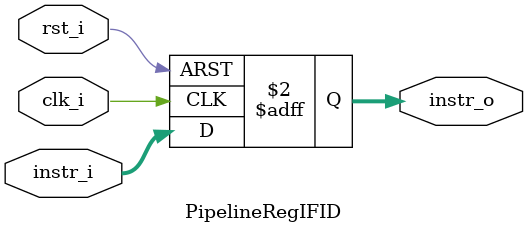
<source format=v>
`ifndef PIPELINE_REGISTERS_V
`define PIPELINE_REGISTERS_V

module PipelineRegIFID (
    clk_i,
    rst_i,
    instr_i,
    instr_o,
);

input               clk_i;
input               rst_i;
input      [31:0]   instr_i;

output reg [31:0]   instr_o;

always@(posedge clk_i or posedge rst_i) begin
    if(rst_i) begin
        instr_o <= 32'b0;
    end
    else begin
        instr_o <= instr_i;
    end
end

endmodule

// module PipelineRegIDEX (
// );

// endmodule

// module PipelineRegEXMEM (
// );

// endmodule

// module PipelineRegMEMWB (
// );

// endmodule

`endif

</source>
